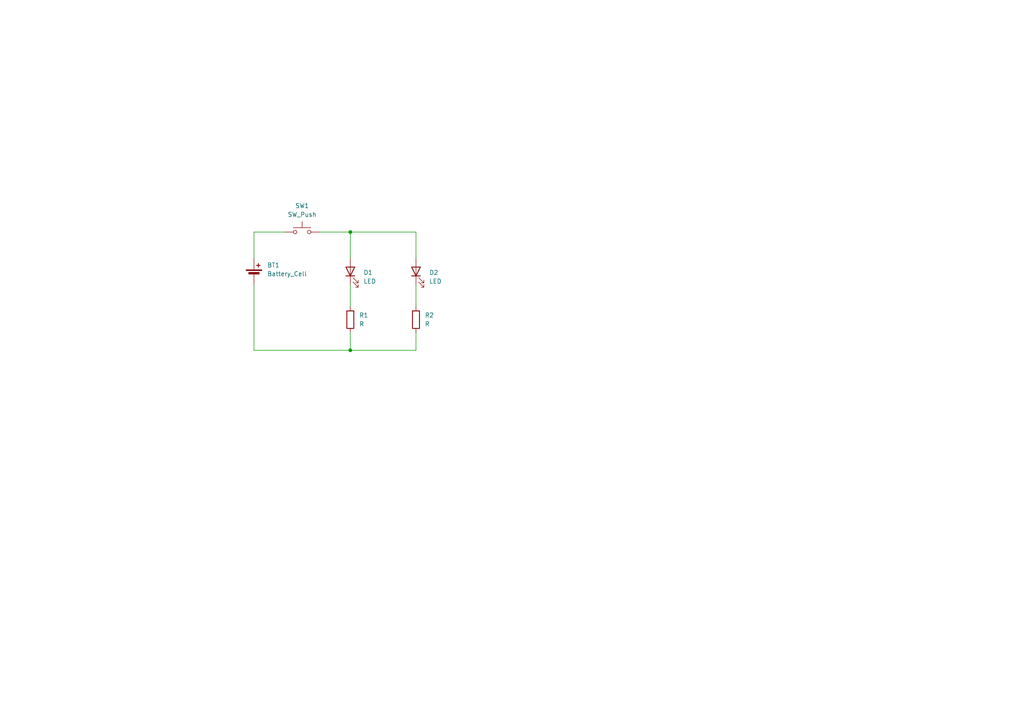
<source format=kicad_sch>
(kicad_sch (version 20250114) (generator "eeschema") (generator_version "9.0")
  (paper "A4")
  (lib_symbols
    (symbol "Device:Battery_Cell" (pin_numbers (hide yes)) (pin_names (offset 0) (hide yes))
      (property "Reference" "BT" (at 2.54 2.54 0))
      (property "Value" "Battery_Cell" (at 2.54 0 0))
      (symbol "Battery_Cell_0_1"
        (rectangle (start -2.286 1.778) (end 2.286 1.524) (fill (type outline)))
        (rectangle (start -1.524 1.016) (end 1.524 0.508) (fill (type outline)))
        (polyline (pts (xy 0 1.778) (xy 0 2.54)))
        (polyline (pts (xy 0 0.762) (xy 0 0)))
        (polyline (pts (xy 0.762 3.048) (xy 1.778 3.048)) (stroke (width 0.254)))
        (polyline (pts (xy 1.27 3.556) (xy 1.27 2.54)) (stroke (width 0.254)))
      )
      (symbol "Battery_Cell_1_1"
        (pin passive line (at 0 5.08 270) (length 2.54) (name "+") (number "1"))
        (pin passive line (at 0 -2.54 90) (length 2.54) (name "-") (number "2"))
      )
    )
    (symbol "Device:LED" (pin_numbers (hide yes)) (pin_names (offset 1.016) (hide yes))
      (property "Reference" "D" (at 0 2.54 0))
      (property "Value" "LED" (at 0 -2.54 0))
      (symbol "LED_0_1"
        (polyline (pts (xy -3.048 -0.762) (xy -4.572 -2.286) (xy -3.81 -2.286) (xy -4.572 -2.286) (xy -4.572 -1.524)))
        (polyline (pts (xy -1.778 -0.762) (xy -3.302 -2.286) (xy -2.54 -2.286) (xy -3.302 -2.286) (xy -3.302 -1.524)))
        (polyline (pts (xy -1.27 0) (xy 1.27 0)))
        (polyline (pts (xy -1.27 -1.27) (xy -1.27 1.27)) (stroke (width 0.254)))
        (polyline (pts (xy 1.27 -1.27) (xy 1.27 1.27) (xy -1.27 0) (xy 1.27 -1.27)) (stroke (width 0.254)))
      )
      (symbol "LED_1_1"
        (pin passive line (at -3.81 0 0) (length 2.54) (name "K") (number "1"))
        (pin passive line (at 3.81 0 180) (length 2.54) (name "A") (number "2"))
      )
    )
    (symbol "Device:R" (pin_numbers (hide yes)) (pin_names (offset 0))
      (property "Reference" "R" (at 2.032 0 90))
      (property "Value" "R" (at 0 0 90))
      (symbol "R_0_1"
        (rectangle (start -1.016 -2.54) (end 1.016 2.54) (stroke (width 0.254)))
      )
      (symbol "R_1_1"
        (pin passive line (at 0 3.81 270) (length 1.27) (name "~") (number "1"))
        (pin passive line (at 0 -3.81 90) (length 1.27) (name "~") (number "2"))
      )
    )
    (symbol "Switch:SW_Push" (pin_numbers (hide yes)) (pin_names (offset 1.016) (hide yes))
      (property "Reference" "SW" (at 1.27 2.54 0))
      (property "Value" "SW_Push" (at 0 -1.524 0))
      (symbol "SW_Push_0_1"
        (circle (center -2.032 0) (radius 0.508))
        (polyline (pts (xy 0 1.27) (xy 0 3.048)))
        (circle (center 2.032 0) (radius 0.508))
        (polyline (pts (xy 2.54 1.27) (xy -2.54 1.27)))
        (pin passive line (at -5.08 0 0) (length 2.54) (name "1") (number "1"))
        (pin passive line (at 5.08 0 180) (length 2.54) (name "2") (number "2"))
      )
    )
  )
  (junction (at 101.6 101.6))
  (junction (at 101.6 67.31))
  (wire (pts (xy 101.6 96.52) (xy 101.6 101.6)))
  (wire (pts (xy 73.66 82.55) (xy 73.66 101.6)))
  (wire (pts (xy 82.55 67.31) (xy 73.66 67.31)))
  (wire (pts (xy 101.6 67.31) (xy 92.71 67.31)))
  (wire (pts (xy 73.66 67.31) (xy 73.66 74.93)))
  (wire (pts (xy 101.6 67.31) (xy 120.65 67.31)))
  (wire (pts (xy 73.66 101.6) (xy 101.6 101.6)))
  (wire (pts (xy 120.65 67.31) (xy 120.65 74.93)))
  (wire (pts (xy 101.6 67.31) (xy 101.6 74.93)))
  (wire (pts (xy 120.65 96.52) (xy 120.65 101.6)))
  (wire (pts (xy 101.6 101.6) (xy 120.65 101.6)))
  (wire (pts (xy 101.6 82.55) (xy 101.6 88.9)))
  (wire (pts (xy 120.65 82.55) (xy 120.65 88.9)))
  (symbol (lib_id "Device:LED") (at 120.65 78.74 90) (unit 1)
    (property "Reference" "D2" (at 124.46 79.0574 90) (effects (justify right)))
    (property "Value" "LED" (at 124.46 81.5974 90) (effects (justify right)))
    (property "Footprint" "LED_THT:LED_D5.0mm" (effects (hide yes)))
    (property "Description" "Light emitting diode" (effects (hide yes)))
    (property "Sim.Pins" "1=K 2=A" (effects (hide yes)))
  )
  (symbol (lib_id "Device:R") (at 101.6 92.71 0) (unit 1)
    (property "Reference" "R1" (at 104.14 91.4399 0) (effects (justify left)))
    (property "Value" "R" (at 104.14 93.9799 0) (effects (justify left)))
    (property "Footprint" "Resistor_THT:R_Axial_DIN0207_L6.3mm_D2.5mm_P7.62mm_Horizontal" (effects (hide yes)))
    (property "Description" "Resistor" (effects (hide yes)))
  )
  (symbol (lib_id "Device:LED") (at 101.6 78.74 90) (unit 1)
    (property "Reference" "D1" (at 105.41 79.0574 90) (effects (justify right)))
    (property "Value" "LED" (at 105.41 81.5974 90) (effects (justify right)))
    (property "Footprint" "LED_THT:LED_D5.0mm" (effects (hide yes)))
    (property "Description" "Light emitting diode" (effects (hide yes)))
    (property "Sim.Pins" "1=K 2=A" (effects (hide yes)))
  )
  (symbol (lib_id "Switch:SW_Push") (at 87.63 67.31 0) (unit 1)
    (property "Reference" "SW1" (at 87.63 59.69 0))
    (property "Value" "SW_Push" (at 87.63 62.23 0))
    (property "Footprint" "Button_Switch_THT:SW_PUSH_6mm" (effects (hide yes)))
    (property "Description" "Push button switch, generic, two pins" (effects (hide yes)))
  )
  (symbol (lib_id "Device:R") (at 120.65 92.71 0) (unit 1)
    (property "Reference" "R2" (at 123.19 91.4399 0) (effects (justify left)))
    (property "Value" "R" (at 123.19 93.9799 0) (effects (justify left)))
    (property "Footprint" "Resistor_THT:R_Axial_DIN0207_L6.3mm_D2.5mm_P7.62mm_Horizontal" (effects (hide yes)))
    (property "Description" "Resistor" (effects (hide yes)))
  )
  (symbol (lib_id "Device:Battery_Cell") (at 73.66 80.01 0) (unit 1)
    (property "Reference" "BT1" (at 77.47 76.8984 0) (effects (justify left)))
    (property "Value" "Battery_Cell" (at 77.47 79.4384 0) (effects (justify left)))
    (property "Footprint" "Battery:BatteryHolder_Keystone_3034_1x20mm" (effects (hide yes)))
    (property "Description" "Single-cell battery" (effects (hide yes)))
  )
)
</source>
